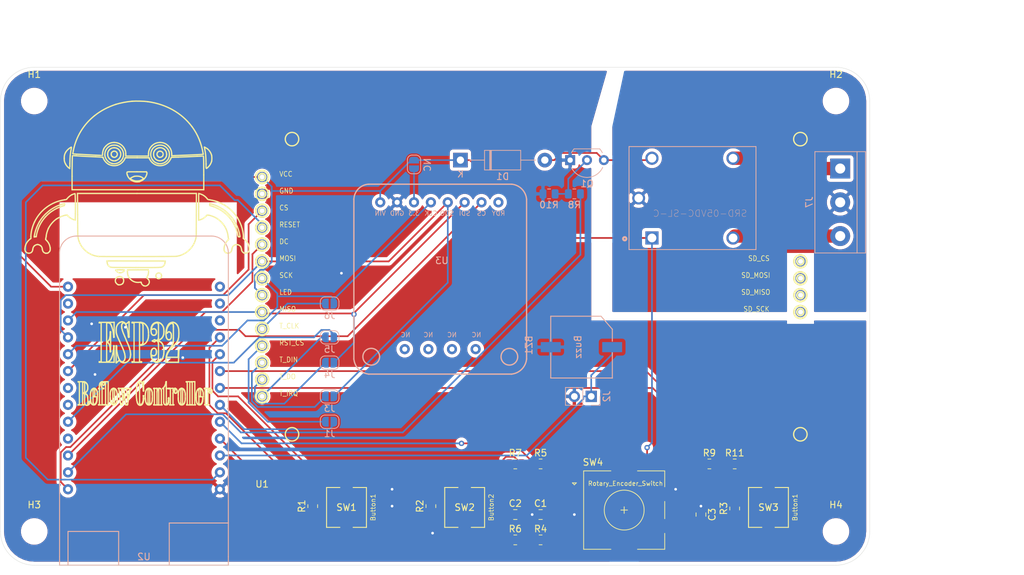
<source format=kicad_pcb>
(kicad_pcb (version 20171130) (host pcbnew "(5.1.12)-1")
  (layers (0 F.Cu signal) (31 B.Cu signal) (34 B.Paste user) (35 F.Paste user) (36 B.SilkS user) (37 F.SilkS user) (38 B.Mask user) (39 F.Mask user) (44 Edge.Cuts user))
  (net 0 "")
  (net 1 GND)
  (net 2 /BUZZ)
  (net 3 "Net-(C1-Pad2)")
  (net 4 "Net-(C2-Pad1)")
  (net 5 "Net-(C3-Pad2)")
  (net 6 +3V3)
  (net 7 "Net-(D1-Pad2)")
  (net 8 /TOUCH_CS)
  (net 9 "Net-(J1-Pad1)")
  (net 10 "Net-(J3-Pad1)")
  (net 11 /MOSI)
  (net 12 /MISO)
  (net 13 "Net-(J4-Pad1)")
  (net 14 "Net-(J5-Pad1)")
  (net 15 /TIRQ)
  (net 16 "Net-(J6-Pad1)")
  (net 17 /SCK)
  (net 18 "Net-(J7-Pad1)")
  (net 19 "Net-(J7-Pad2)")
  (net 20 "Net-(J7-Pad3)")
  (net 21 "Net-(JP1-Pad1)")
  (net 22 "Net-(Q1-Pad2)")
  (net 23 /BUT1)
  (net 24 /BUT2)
  (net 25 /BUT3)
  (net 26 /RIGHT)
  (net 27 /LEFT)
  (net 28 /IO15)
  (net 29 /BUT4)
  (net 30 /CS)
  (net 31 /RESETT)
  (net 32 /DCD)
  (net 33 /CSTEMP)
  (module 27sharp:RobotLogo (layer F.Cu) (at 48.26 76.708)
    (fp_text reference REF** hide)
    (fp_text value RobotLogo)
  )
  (module 27sharp:ESP32Reflow (layer F.Cu) (at 48.26 94.996)
    (fp_text reference REF** hide)
    (fp_text value ESP32Reflow)
  )
  (module 18650:Buzzer93 (layer B.Cu) (at 120.015 78.105 270)
    (fp_text reference BZ1 (at 4.3688 12.5476 270) (layer B.SilkS) (effects (justify mirror)))
    (fp_text value Buzzer)
    (fp_text user Buzz (at 4.6228 5.1816 270) (layer B.SilkS) (effects (justify mirror)))
    (pad 2 smd rect (at 4.6482 9.271 270) (size 1.524 3) (layers B.Cu B.Paste B.Mask) (net 1 GND))
    (pad 1 smd rect (at 4.6482 0.0254 270) (size 1.524 3) (layers B.Cu B.Paste B.Mask) (net 2 /BUZZ))
  )
  (module Capacitor_SMD:C_0805_2012Metric (layer F.Cu) (at 109.22 107.95)
    (fp_text reference C1 (at 0 -1.68) (layer F.SilkS))
    (fp_text value 100nF)
    (pad 2 smd roundrect (at 0.95 0) (size 1 1.45) (layers F.Cu F.Paste F.Mask) (net 3 "Net-(C1-Pad2)"))
    (pad 1 smd roundrect (at -0.95 0) (size 1 1.45) (layers F.Cu F.Paste F.Mask) (net 1 GND))
  )
  (module Capacitor_SMD:C_0805_2012Metric (layer F.Cu) (at 105.41 107.95)
    (fp_text reference C2 (at 0 -1.68) (layer F.SilkS))
    (fp_text value 100nF)
    (pad 1 smd roundrect (at -0.95 0) (size 1 1.45) (layers F.Cu F.Paste F.Mask) (net 4 "Net-(C2-Pad1)"))
    (pad 2 smd roundrect (at 0.95 0) (size 1 1.45) (layers F.Cu F.Paste F.Mask) (net 1 GND))
  )
  (module Capacitor_SMD:C_0805_2012Metric (layer F.Cu) (at 133.35 107.95 270)
    (fp_text reference C3 (at 0 -1.68 90) (layer F.SilkS))
    (fp_text value 100nF)
    (pad 1 smd roundrect (at -0.95 0 270) (size 1 1.45) (layers F.Cu F.Paste F.Mask) (net 1 GND))
    (pad 2 smd roundrect (at 0.95 0 270) (size 1 1.45) (layers F.Cu F.Paste F.Mask) (net 5 "Net-(C3-Pad2)"))
  )
  (module Diode_THT:D_DO-41_SOD81_P12.70mm_Horizontal (layer B.Cu) (at 97.155 54.61)
    (fp_text reference D1 (at 6.35 2.47) (layer B.SilkS) (effects (justify mirror)))
    (fp_text value 1N4007)
    (fp_text user K (at 0 2.1) (layer B.SilkS) (effects (justify mirror)))
    (pad 1 thru_hole rect (at 0 0) (size 2.2 2.2) (drill 1.1) (layers *.Cu *.Mask) (net 6 +3V3))
    (pad 2 thru_hole oval (at 12.7 0) (size 2.2 2.2) (drill 1.1) (layers *.Cu *.Mask) (net 7 "Net-(D1-Pad2)"))
  )
  (module MountingHole:MountingHole_3mm (layer F.Cu) (at 33.02 45.72)
    (fp_text reference H1 (at 0 -4) (layer F.SilkS))
    (fp_text value MountingHole)
    (pad 1 np_thru_hole circle (at 0 0) (size 3 3) (drill 3) (layers *.Cu *.Mask))
  )
  (module MountingHole:MountingHole_3mm (layer F.Cu) (at 153.67 45.72)
    (fp_text reference H2 (at 0 -4) (layer F.SilkS))
    (fp_text value MountingHole)
    (pad 1 np_thru_hole circle (at 0 0) (size 3 3) (drill 3) (layers *.Cu *.Mask))
  )
  (module MountingHole:MountingHole_3mm (layer F.Cu) (at 33.02 110.49)
    (fp_text reference H3 (at 0 -4) (layer F.SilkS))
    (fp_text value MountingHole)
    (pad 1 np_thru_hole circle (at 0 0) (size 3 3) (drill 3) (layers *.Cu *.Mask))
  )
  (module MountingHole:MountingHole_3mm (layer F.Cu) (at 153.67 110.49)
    (fp_text reference H4 (at 0 -4) (layer F.SilkS))
    (fp_text value MountingHole)
    (pad 1 np_thru_hole circle (at 0 0) (size 3 3) (drill 3) (layers *.Cu *.Mask))
  )
  (module Jumper:SolderJumper-2_P1.3mm_Open_RoundedPad1.0x1.5mm (layer B.Cu) (at 77.47 93.98)
    (fp_text reference J1 (at 0 1.8) (layer B.SilkS) (effects (justify mirror)))
    (fp_text value 0R)
    (pad 2 smd custom (at 0.65 0) (size 1 0.5) (layers B.Cu B.Mask) (net 8 /TOUCH_CS) (options (clearance outline) (anchor rect)) (primitives (gr_circle (center 0 -0.25) (end 0.5 -0.25) (width 0)) (gr_circle (center 0 0.25) (end 0.5 0.25) (width 0)) (gr_poly (pts (xy 0 0.75) (xy -0.5 0.75) (xy -0.5 -0.75) (xy 0 -0.75)) (width 0))))
    (pad 1 smd custom (at -0.65 0) (size 1 0.5) (layers B.Cu B.Mask) (net 9 "Net-(J1-Pad1)") (options (clearance outline) (anchor rect)) (primitives (gr_circle (center 0 -0.25) (end 0.5 -0.25) (width 0)) (gr_circle (center 0 0.25) (end 0.5 0.25) (width 0)) (gr_poly (pts (xy 0 0.75) (xy 0.5 0.75) (xy 0.5 -0.75) (xy 0 -0.75)) (width 0))))
  )
  (module Connector_PinHeader_2.54mm:PinHeader_1x02_P2.54mm_Vertical (layer B.Cu) (at 116.84 90.17 90)
    (fp_text reference J2 (at 0 2.33 90) (layer B.SilkS) (effects (justify mirror)))
    (fp_text value "Buzz Option")
    (pad 1 thru_hole rect (at 0 0 90) (size 1.7 1.7) (drill 1) (layers *.Cu *.Mask) (net 2 /BUZZ))
    (pad 2 thru_hole oval (at 0 -2.54 90) (size 1.7 1.7) (drill 1) (layers *.Cu *.Mask) (net 1 GND))
  )
  (module Jumper:SolderJumper-2_P1.3mm_Open_RoundedPad1.0x1.5mm (layer B.Cu) (at 77.47 90.17)
    (fp_text reference J3 (at 0 1.8) (layer B.SilkS) (effects (justify mirror)))
    (fp_text value 0R)
    (pad 1 smd custom (at -0.65 0) (size 1 0.5) (layers B.Cu B.Mask) (net 10 "Net-(J3-Pad1)") (options (clearance outline) (anchor rect)) (primitives (gr_circle (center 0 -0.25) (end 0.5 -0.25) (width 0)) (gr_circle (center 0 0.25) (end 0.5 0.25) (width 0)) (gr_poly (pts (xy 0 0.75) (xy 0.5 0.75) (xy 0.5 -0.75) (xy 0 -0.75)) (width 0))))
    (pad 2 smd custom (at 0.65 0) (size 1 0.5) (layers B.Cu B.Mask) (net 11 /MOSI) (options (clearance outline) (anchor rect)) (primitives (gr_circle (center 0 -0.25) (end 0.5 -0.25) (width 0)) (gr_circle (center 0 0.25) (end 0.5 0.25) (width 0)) (gr_poly (pts (xy 0 0.75) (xy -0.5 0.75) (xy -0.5 -0.75) (xy 0 -0.75)) (width 0))))
  )
  (module Jumper:SolderJumper-2_P1.3mm_Open_RoundedPad1.0x1.5mm (layer B.Cu) (at 77.47 85.09)
    (fp_text reference J4 (at 0 1.8) (layer B.SilkS) (effects (justify mirror)))
    (fp_text value 0R)
    (pad 2 smd custom (at 0.65 0) (size 1 0.5) (layers B.Cu B.Mask) (net 12 /MISO) (options (clearance outline) (anchor rect)) (primitives (gr_circle (center 0 -0.25) (end 0.5 -0.25) (width 0)) (gr_circle (center 0 0.25) (end 0.5 0.25) (width 0)) (gr_poly (pts (xy 0 0.75) (xy -0.5 0.75) (xy -0.5 -0.75) (xy 0 -0.75)) (width 0))))
    (pad 1 smd custom (at -0.65 0) (size 1 0.5) (layers B.Cu B.Mask) (net 13 "Net-(J4-Pad1)") (options (clearance outline) (anchor rect)) (primitives (gr_circle (center 0 -0.25) (end 0.5 -0.25) (width 0)) (gr_circle (center 0 0.25) (end 0.5 0.25) (width 0)) (gr_poly (pts (xy 0 0.75) (xy 0.5 0.75) (xy 0.5 -0.75) (xy 0 -0.75)) (width 0))))
  )
  (module Jumper:SolderJumper-2_P1.3mm_Open_RoundedPad1.0x1.5mm (layer B.Cu) (at 77.47 81.28)
    (fp_text reference J5 (at 0 1.8) (layer B.SilkS) (effects (justify mirror)))
    (fp_text value 0R)
    (pad 1 smd custom (at -0.65 0) (size 1 0.5) (layers B.Cu B.Mask) (net 14 "Net-(J5-Pad1)") (options (clearance outline) (anchor rect)) (primitives (gr_circle (center 0 -0.25) (end 0.5 -0.25) (width 0)) (gr_circle (center 0 0.25) (end 0.5 0.25) (width 0)) (gr_poly (pts (xy 0 0.75) (xy 0.5 0.75) (xy 0.5 -0.75) (xy 0 -0.75)) (width 0))))
    (pad 2 smd custom (at 0.65 0) (size 1 0.5) (layers B.Cu B.Mask) (net 15 /TIRQ) (options (clearance outline) (anchor rect)) (primitives (gr_circle (center 0 -0.25) (end 0.5 -0.25) (width 0)) (gr_circle (center 0 0.25) (end 0.5 0.25) (width 0)) (gr_poly (pts (xy 0 0.75) (xy -0.5 0.75) (xy -0.5 -0.75) (xy 0 -0.75)) (width 0))))
  )
  (module Jumper:SolderJumper-2_P1.3mm_Open_RoundedPad1.0x1.5mm (layer B.Cu) (at 77.47 76.2)
    (fp_text reference J6 (at 0 1.8) (layer B.SilkS) (effects (justify mirror)))
    (fp_text value 0R)
    (pad 1 smd custom (at -0.65 0) (size 1 0.5) (layers B.Cu B.Mask) (net 16 "Net-(J6-Pad1)") (options (clearance outline) (anchor rect)) (primitives (gr_circle (center 0 -0.25) (end 0.5 -0.25) (width 0)) (gr_circle (center 0 0.25) (end 0.5 0.25) (width 0)) (gr_poly (pts (xy 0 0.75) (xy 0.5 0.75) (xy 0.5 -0.75) (xy 0 -0.75)) (width 0))))
    (pad 2 smd custom (at 0.65 0) (size 1 0.5) (layers B.Cu B.Mask) (net 17 /SCK) (options (clearance outline) (anchor rect)) (primitives (gr_circle (center 0 -0.25) (end 0.5 -0.25) (width 0)) (gr_circle (center 0 0.25) (end 0.5 0.25) (width 0)) (gr_poly (pts (xy 0 0.75) (xy -0.5 0.75) (xy -0.5 -0.75) (xy 0 -0.75)) (width 0))))
  )
  (module TerminalBlock:TerminalBlock_bornier-3_P5.08mm (layer B.Cu) (at 154.305 55.88 270)
    (fp_text reference J7 (at 5.05 4.65 270) (layer B.SilkS) (effects (justify mirror)))
    (fp_text value Cnctor)
    (pad 1 thru_hole rect (at 0 0 270) (size 3 3) (drill 1.52) (layers *.Cu *.Mask) (net 18 "Net-(J7-Pad1)"))
    (pad 2 thru_hole circle (at 5.08 0 270) (size 3 3) (drill 1.52) (layers *.Cu *.Mask) (net 19 "Net-(J7-Pad2)"))
    (pad 3 thru_hole circle (at 10.16 0 270) (size 3 3) (drill 1.52) (layers *.Cu *.Mask) (net 20 "Net-(J7-Pad3)"))
  )
  (module 27sharp:JumperSmall (layer B.Cu) (at 90.17 55.26 90)
    (fp_text reference JP1 hide)
    (fp_text value NC (at -0.0485 2.032 90) (layer B.SilkS) (effects (justify mirror)))
    (pad 1 smd custom (at -0.65 0 90) (size 1 0.5) (layers B.Cu B.Mask) (net 21 "Net-(JP1-Pad1)") (options (clearance outline) (anchor rect)) (primitives (gr_circle (center 0 -0.25) (end 0.5 -0.25) (width 0)) (gr_circle (center 0 0.25) (end 0.5 0.25) (width 0)) (gr_poly (pts (xy 0 0.75) (xy 0.5 0.75) (xy 0.5 -0.75) (xy 0 -0.75)) (width 0))))
    (pad 2 smd custom (at 0.65 0 90) (size 1 0.5) (layers B.Cu B.Mask) (net 6 +3V3) (options (clearance outline) (anchor rect)) (primitives (gr_circle (center 0 -0.25) (end 0.5 -0.25) (width 0)) (gr_circle (center 0 0.25) (end 0.5 0.25) (width 0)) (gr_poly (pts (xy 0 0.75) (xy -0.5 0.75) (xy -0.5 -0.75) (xy 0 -0.75)) (width 0))))
  )
  (module 27sharp:RELAY_SRD-05VDC-SL-C (layer B.Cu) (at 132.08 60.325)
    (fp_text reference K1 hide)
    (fp_text value SRD-05VDC-SL-C (at 1.132399 2.310001) (layer B.SilkS) (effects (font (size 1.00031 1.00031) (thickness 0.05)) (justify mirror)))
    (pad 1 thru_hole rect (at -6.1 6) (size 1.98 1.98) (drill 1.32) (layers *.Cu *.Mask) (net 6 +3V3))
    (pad 5 thru_hole circle (at -8.1 0) (size 1.935 1.935) (drill 1.29) (layers *.Cu *.Mask) (net 19 "Net-(J7-Pad2)"))
    (pad 4 thru_hole circle (at -6.1 -6) (size 1.98 1.98) (drill 1.32) (layers *.Cu *.Mask) (net 7 "Net-(D1-Pad2)"))
    (pad 3 thru_hole circle (at 6.1 -6) (size 1.98 1.98) (drill 1.32) (layers *.Cu *.Mask) (net 18 "Net-(J7-Pad1)"))
    (pad 2 thru_hole circle (at 6.1 6) (size 1.98 1.98) (drill 1.32) (layers *.Cu *.Mask) (net 20 "Net-(J7-Pad3)"))
  )
  (module Package_TO_SOT_THT:TO-92L_Inline_Wide (layer B.Cu) (at 113.665 54.61)
    (fp_text reference Q1 (at 2.54 3.56) (layer B.SilkS) (effects (justify mirror)))
    (fp_text value 2N3904)
    (pad 2 thru_hole circle (at 2.54 0) (size 1.5 1.5) (drill 0.8) (layers *.Cu *.Mask) (net 22 "Net-(Q1-Pad2)"))
    (pad 3 thru_hole circle (at 5.08 0) (size 1.5 1.5) (drill 0.8) (layers *.Cu *.Mask) (net 7 "Net-(D1-Pad2)"))
    (pad 1 thru_hole rect (at 0 0) (size 1.5 1.5) (drill 0.8) (layers *.Cu *.Mask) (net 1 GND))
  )
  (module Resistor_SMD:R_0805_2012Metric (layer F.Cu) (at 74.93 106.68 90)
    (fp_text reference R1 (at 0 -1.65 90) (layer F.SilkS))
    (fp_text value 10k)
    (pad 2 smd roundrect (at 0.9125 0 90) (size 1.025 1.4) (layers F.Cu F.Paste F.Mask) (roundrect_rratio 0.2439014634146341) (net 23 /BUT1))
    (pad 1 smd roundrect (at -0.9125 0 90) (size 1.025 1.4) (layers F.Cu F.Paste F.Mask) (roundrect_rratio 0.2439014634146341) (net 6 +3V3))
  )
  (module Resistor_SMD:R_0805_2012Metric (layer F.Cu) (at 92.71 106.68 90)
    (fp_text reference R2 (at 0 -1.65 90) (layer F.SilkS))
    (fp_text value 10k)
    (pad 2 smd roundrect (at 0.9125 0 90) (size 1.025 1.4) (layers F.Cu F.Paste F.Mask) (roundrect_rratio 0.2439014634146341) (net 24 /BUT2))
    (pad 1 smd roundrect (at -0.9125 0 90) (size 1.025 1.4) (layers F.Cu F.Paste F.Mask) (roundrect_rratio 0.2439014634146341) (net 6 +3V3))
  )
  (module Resistor_SMD:R_0805_2012Metric (layer F.Cu) (at 138.43 107.038 90)
    (fp_text reference R3 (at 0 -1.65 90) (layer F.SilkS))
    (fp_text value 10k)
    (pad 1 smd roundrect (at -0.9125 0 90) (size 1.025 1.4) (layers F.Cu F.Paste F.Mask) (roundrect_rratio 0.2439014634146341) (net 6 +3V3))
    (pad 2 smd roundrect (at 0.9125 0 90) (size 1.025 1.4) (layers F.Cu F.Paste F.Mask) (roundrect_rratio 0.2439014634146341) (net 25 /BUT3))
  )
  (module Resistor_SMD:R_0805_2012Metric (layer F.Cu) (at 109.22 111.76)
    (fp_text reference R4 (at 0 -1.65) (layer F.SilkS))
    (fp_text value 100)
    (pad 1 smd roundrect (at -0.9125 0) (size 1.025 1.4) (layers F.Cu F.Paste F.Mask) (roundrect_rratio 0.2439014634146341) (net 26 /RIGHT))
    (pad 2 smd roundrect (at 0.9125 0) (size 1.025 1.4) (layers F.Cu F.Paste F.Mask) (roundrect_rratio 0.2439014634146341) (net 4 "Net-(C2-Pad1)"))
  )
  (module Resistor_SMD:R_0805_2012Metric (layer F.Cu) (at 109.22 100.33)
    (fp_text reference R5 (at 0 -1.65) (layer F.SilkS))
    (fp_text value 100)
    (pad 1 smd roundrect (at -0.9125 0) (size 1.025 1.4) (layers F.Cu F.Paste F.Mask) (roundrect_rratio 0.2439014634146341) (net 27 /LEFT))
    (pad 2 smd roundrect (at 0.9125 0) (size 1.025 1.4) (layers F.Cu F.Paste F.Mask) (roundrect_rratio 0.2439014634146341) (net 3 "Net-(C1-Pad2)"))
  )
  (module Resistor_SMD:R_0805_2012Metric (layer F.Cu) (at 105.41 111.76)
    (fp_text reference R6 (at 0 -1.65) (layer F.SilkS))
    (fp_text value 10k)
    (pad 2 smd roundrect (at 0.9125 0) (size 1.025 1.4) (layers F.Cu F.Paste F.Mask) (roundrect_rratio 0.2439014634146341) (net 6 +3V3))
    (pad 1 smd roundrect (at -0.9125 0) (size 1.025 1.4) (layers F.Cu F.Paste F.Mask) (roundrect_rratio 0.2439014634146341) (net 4 "Net-(C2-Pad1)"))
  )
  (module Resistor_SMD:R_0805_2012Metric (layer F.Cu) (at 105.41 100.33)
    (fp_text reference R7 (at 0 -1.65) (layer F.SilkS))
    (fp_text value 10k)
    (pad 2 smd roundrect (at 0.9125 0) (size 1.025 1.4) (layers F.Cu F.Paste F.Mask) (roundrect_rratio 0.2439014634146341) (net 6 +3V3))
    (pad 1 smd roundrect (at -0.9125 0) (size 1.025 1.4) (layers F.Cu F.Paste F.Mask) (roundrect_rratio 0.2439014634146341) (net 3 "Net-(C1-Pad2)"))
  )
  (module Resistor_SMD:R_0805_2012Metric (layer B.Cu) (at 114.3 59.69)
    (fp_text reference R8 (at 0 1.65) (layer B.SilkS) (effects (justify mirror)))
    (fp_text value 1k)
    (pad 1 smd roundrect (at -0.9125 0) (size 1.025 1.4) (layers B.Cu B.Paste B.Mask) (roundrect_rratio 0.2439014634146341) (net 22 "Net-(Q1-Pad2)"))
    (pad 2 smd roundrect (at 0.9125 0) (size 1.025 1.4) (layers B.Cu B.Paste B.Mask) (roundrect_rratio 0.2439014634146341) (net 28 /IO15))
  )
  (module Resistor_SMD:R_0805_2012Metric (layer F.Cu) (at 134.62 100.33)
    (fp_text reference R9 (at 0 -1.65) (layer F.SilkS))
    (fp_text value 10k)
    (pad 1 smd roundrect (at -0.9125 0) (size 1.025 1.4) (layers F.Cu F.Paste F.Mask) (roundrect_rratio 0.2439014634146341) (net 5 "Net-(C3-Pad2)"))
    (pad 2 smd roundrect (at 0.9125 0) (size 1.025 1.4) (layers F.Cu F.Paste F.Mask) (roundrect_rratio 0.2439014634146341) (net 6 +3V3))
  )
  (module Resistor_SMD:R_0805_2012Metric (layer B.Cu) (at 110.49 59.69)
    (fp_text reference R10 (at 0 1.65) (layer B.SilkS) (effects (justify mirror)))
    (fp_text value 10k)
    (pad 1 smd roundrect (at -0.9125 0) (size 1.025 1.4) (layers B.Cu B.Paste B.Mask) (roundrect_rratio 0.2439014634146341) (net 1 GND))
    (pad 2 smd roundrect (at 0.9125 0) (size 1.025 1.4) (layers B.Cu B.Paste B.Mask) (roundrect_rratio 0.2439014634146341) (net 22 "Net-(Q1-Pad2)"))
  )
  (module Resistor_SMD:R_0805_2012Metric (layer F.Cu) (at 138.43 100.33)
    (fp_text reference R11 (at 0 -1.65) (layer F.SilkS))
    (fp_text value 100)
    (pad 2 smd roundrect (at 0.9125 0) (size 1.025 1.4) (layers F.Cu F.Paste F.Mask) (roundrect_rratio 0.2439014634146341) (net 5 "Net-(C3-Pad2)"))
    (pad 1 smd roundrect (at -0.9125 0) (size 1.025 1.4) (layers F.Cu F.Paste F.Mask) (roundrect_rratio 0.2439014634146341) (net 29 /BUT4))
  )
  (module 18650:RotaryEncoder_Alps_EC11E-Switch_Vertical_H20mm (layer F.Cu) (at 114.3 104.775)
    (fp_text reference SW4 (at 2.8 -4.7) (layer F.SilkS))
    (fp_text value Rotary_Encoder_Switch (at 7.7 -1.5) (layer F.SilkS) (effects (font (size 0.66 0.66) (thickness 0.1))))
    (pad S1 smd rect (at 15 5) (size 3 2) (layers F.Cu F.Paste F.Mask) (net 5 "Net-(C3-Pad2)"))
    (pad S2 smd rect (at 15 0) (size 3 2) (layers F.Cu F.Paste F.Mask) (net 1 GND))
    (pad MP smd rect (at 7.5 8.7) (size 3.2 3) (layers F.Cu F.Paste F.Mask))
    (pad MP smd rect (at 7.5 -4) (size 3.2 3) (layers F.Cu F.Paste F.Mask))
    (pad B smd rect (at 0 5) (size 2 2) (layers F.Cu F.Paste F.Mask) (net 4 "Net-(C2-Pad1)"))
    (pad C smd rect (at 0 2.5) (size 2 2) (layers F.Cu F.Paste F.Mask) (net 1 GND))
    (pad A smd rect (at 0 0) (size 2 2) (layers F.Cu F.Paste F.Mask) (net 3 "Net-(C1-Pad2)"))
  )
  (module passerelle:ILI9341-2_8 (layer F.Cu) (at 67.31 102.87)
    (fp_text reference U1 (at 0 0.5) (layer F.SilkS))
    (fp_text value ILI9341-28)
    (fp_text user RESET (at 2.54 -38.099999) (layer F.SilkS) (effects (font (size 0.762 0.6858) (thickness 0.09525)) (justify left bottom)))
    (fp_text user MOSI (at 2.54 -33.019999) (layer F.SilkS) (effects (font (size 0.762 0.6858) (thickness 0.09525)) (justify left bottom)))
    (fp_text user T_DO (at 2.54 -15.239999) (layer F.SilkS) (effects (font (size 0.762 0.6858) (thickness 0.09525)) (justify left bottom)))
    (fp_text user T_CLK (at 2.54 -22.859999) (layer F.SilkS) (effects (font (size 0.762 0.6858) (thickness 0.09525)) (justify left bottom)))
    (fp_text user MISO (at 2.54 -25.4) (layer F.SilkS) (effects (font (size 0.762 0.6858) (thickness 0.09525)) (justify left bottom)))
    (fp_text user T_DIN (at 2.54 -17.78) (layer F.SilkS) (effects (font (size 0.762 0.6858) (thickness 0.09525)) (justify left bottom)))
    (fp_text user RST_CS (at 2.54 -20.32) (layer F.SilkS) (effects (font (size 0.762 0.6858) (thickness 0.09525)) (justify left bottom)))
    (fp_text user T_IRQ (at 2.54 -12.7) (layer F.SilkS) (effects (font (size 0.762 0.6858) (thickness 0.09525)) (justify left bottom)))
    (fp_text user CS (at 2.54 -40.64) (layer F.SilkS) (effects (font (size 0.762 0.6858) (thickness 0.09525)) (justify left bottom)))
    (fp_text user SD_MISO (at 72.05726 -27.939999) (layer F.SilkS) (effects (font (size 0.762 0.6858) (thickness 0.09525)) (justify left bottom)))
    (fp_text user SCK (at 2.54 -30.48) (layer F.SilkS) (effects (font (size 0.762 0.6858) (thickness 0.09525)) (justify left bottom)))
    (fp_text user VCC (at 2.54 -45.719999) (layer F.SilkS) (effects (font (size 0.762 0.6858) (thickness 0.09525)) (justify left bottom)))
    (fp_text user GND (at 2.54 -43.18) (layer F.SilkS) (effects (font (size 0.762 0.6858) (thickness 0.09525)) (justify left bottom)))
    (fp_text user SD_SCK (at 72.39 -25.4) (layer F.SilkS) (effects (font (size 0.762 0.6858) (thickness 0.09525)) (justify left bottom)))
    (fp_text user SD_CS (at 73.103739 -33.019999) (layer F.SilkS) (effects (font (size 0.762 0.6858) (thickness 0.09525)) (justify left bottom)))
    (fp_text user LED (at 2.54 -27.939999) (layer F.SilkS) (effects (font (size 0.762 0.6858) (thickness 0.09525)) (justify left bottom)))
    (fp_text user SD_MOSI (at 72.05726 -30.48) (layer F.SilkS) (effects (font (size 0.762 0.6858) (thickness 0.09525)) (justify left bottom)))
    (fp_text user DC (at 2.54 -35.56) (layer F.SilkS) (effects (font (size 0.762 0.6858) (thickness 0.09525)) (justify left bottom)))
    (pad 1 thru_hole circle (at 0 -45.72) (size 1.524 1.524) (drill 0.762) (layers *.Cu *.Mask) (net 6 +3V3))
    (pad 2 thru_hole circle (at 0 -43.18) (size 1.524 1.524) (drill 0.762) (layers *.Cu *.Mask) (net 1 GND))
    (pad 3 thru_hole circle (at 0 -40.64) (size 1.524 1.524) (drill 0.762) (layers *.Cu *.Mask) (net 30 /CS))
    (pad 4 thru_hole circle (at 0 -38.1) (size 1.524 1.524) (drill 0.762) (layers *.Cu *.Mask) (net 31 /RESETT))
    (pad 5 thru_hole circle (at 0 -35.56) (size 1.524 1.524) (drill 0.762) (layers *.Cu *.Mask) (net 32 /DCD))
    (pad 6 thru_hole circle (at 0 -33.02) (size 1.524 1.524) (drill 0.762) (layers *.Cu *.Mask) (net 11 /MOSI))
    (pad 7 thru_hole circle (at 0 -30.48) (size 1.524 1.524) (drill 0.762) (layers *.Cu *.Mask) (net 17 /SCK))
    (pad 8 thru_hole circle (at 0 -27.94) (size 1.524 1.524) (drill 0.762) (layers *.Cu *.Mask) (net 6 +3V3))
    (pad 9 thru_hole circle (at 0 -25.4) (size 1.524 1.524) (drill 0.762) (layers *.Cu *.Mask) (net 12 /MISO))
    (pad 10 thru_hole circle (at 0 -22.86) (size 1.524 1.524) (drill 0.762) (layers *.Cu *.Mask) (net 16 "Net-(J6-Pad1)"))
    (pad 11 thru_hole circle (at 0 -20.32) (size 1.524 1.524) (drill 0.762) (layers *.Cu *.Mask) (net 9 "Net-(J1-Pad1)"))
    (pad 12 thru_hole circle (at 0 -17.78) (size 1.524 1.524) (drill 0.762) (layers *.Cu *.Mask) (net 10 "Net-(J3-Pad1)"))
    (pad 13 thru_hole circle (at 0 -15.24) (size 1.524 1.524) (drill 0.762) (layers *.Cu *.Mask) (net 13 "Net-(J4-Pad1)"))
    (pad 14 thru_hole circle (at 0 -12.7) (size 1.524 1.524) (drill 0.762) (layers *.Cu *.Mask) (net 14 "Net-(J5-Pad1)"))
    (pad 15 thru_hole circle (at 81.026 -33.02) (size 1.524 1.524) (drill 0.762) (layers *.Cu *.Mask))
    (pad 16 thru_hole circle (at 81.026 -30.48) (size 1.524 1.524) (drill 0.762) (layers *.Cu *.Mask))
    (pad 17 thru_hole circle (at 81.026 -27.94) (size 1.524 1.524) (drill 0.762) (layers *.Cu *.Mask))
    (pad 18 thru_hole circle (at 81.026 -25.4) (size 1.524 1.524) (drill 0.762) (layers *.Cu *.Mask))
  )
  (module passerelle:LOLIN32Lite (layer B.Cu) (at 49.53 116.84 180)
    (fp_text reference U2 (at 0 2.54) (layer B.SilkS) (effects (justify mirror)))
    (fp_text value Lolin32Lite)
    (pad 1 thru_hole circle (at -11.43 43.18 180) (size 1.524 1.524) (drill 0.762) (layers *.Cu *.Mask))
    (pad 2 thru_hole circle (at -11.43 40.64 180) (size 1.524 1.524) (drill 0.762) (layers *.Cu *.Mask))
    (pad 3 thru_hole circle (at -11.43 38.1 180) (size 1.524 1.524) (drill 0.762) (layers *.Cu *.Mask))
    (pad 4 thru_hole circle (at -11.43 35.56 180) (size 1.524 1.524) (drill 0.762) (layers *.Cu *.Mask) (net 23 /BUT1))
    (pad 5 thru_hole circle (at -11.43 33.02 180) (size 1.524 1.524) (drill 0.762) (layers *.Cu *.Mask) (net 24 /BUT2))
    (pad 6 thru_hole circle (at -11.43 30.48 180) (size 1.524 1.524) (drill 0.762) (layers *.Cu *.Mask) (net 25 /BUT3))
    (pad 7 thru_hole circle (at -11.43 27.94 180) (size 1.524 1.524) (drill 0.762) (layers *.Cu *.Mask) (net 29 /BUT4))
    (pad 8 thru_hole circle (at -11.43 25.4 180) (size 1.524 1.524) (drill 0.762) (layers *.Cu *.Mask) (net 8 /TOUCH_CS))
    (pad 9 thru_hole circle (at -11.43 22.86 180) (size 1.524 1.524) (drill 0.762) (layers *.Cu *.Mask) (net 27 /LEFT))
    (pad 10 thru_hole circle (at -11.43 20.32 180) (size 1.524 1.524) (drill 0.762) (layers *.Cu *.Mask) (net 26 /RIGHT))
    (pad 11 thru_hole circle (at -11.43 17.78 180) (size 1.524 1.524) (drill 0.762) (layers *.Cu *.Mask) (net 2 /BUZZ))
    (pad 12 thru_hole circle (at -11.43 15.24 180) (size 1.524 1.524) (drill 0.762) (layers *.Cu *.Mask) (net 31 /RESETT))
    (pad 13 thru_hole circle (at -11.43 12.7 180) (size 1.524 1.524) (drill 0.762) (layers *.Cu *.Mask) (net 1 GND))
    (pad 14 thru_hole circle (at 11.43 43.18 180) (size 1.524 1.524) (drill 0.762) (layers *.Cu *.Mask) (net 6 +3V3))
    (pad 15 thru_hole circle (at 11.43 40.64 180) (size 1.524 1.524) (drill 0.762) (layers *.Cu *.Mask))
    (pad 16 thru_hole circle (at 11.43 38.1 180) (size 1.524 1.524) (drill 0.762) (layers *.Cu *.Mask) (net 12 /MISO))
    (pad 17 thru_hole circle (at 11.43 35.56 180) (size 1.524 1.524) (drill 0.762) (layers *.Cu *.Mask) (net 11 /MOSI))
    (pad 18 thru_hole circle (at 11.43 33.02 180) (size 1.524 1.524) (drill 0.762) (layers *.Cu *.Mask) (net 17 /SCK))
    (pad 19 thru_hole circle (at 11.43 30.48 180) (size 1.524 1.524) (drill 0.762) (layers *.Cu *.Mask) (net 30 /CS))
    (pad 20 thru_hole circle (at 11.43 27.94 180) (size 1.524 1.524) (drill 0.762) (layers *.Cu *.Mask))
    (pad 21 thru_hole circle (at 11.43 25.4 180) (size 1.524 1.524) (drill 0.762) (layers *.Cu *.Mask))
    (pad 22 thru_hole circle (at 11.43 22.86 180) (size 1.524 1.524) (drill 0.762) (layers *.Cu *.Mask) (net 15 /TIRQ))
    (pad 23 thru_hole circle (at 11.43 20.32 180) (size 1.524 1.524) (drill 0.762) (layers *.Cu *.Mask))
    (pad 24 thru_hole circle (at 11.43 17.78 180) (size 1.524 1.524) (drill 0.762) (layers *.Cu *.Mask) (net 33 /CSTEMP))
    (pad 25 thru_hole circle (at 11.43 15.24 180) (size 1.524 1.524) (drill 0.762) (layers *.Cu *.Mask) (net 28 /IO15))
    (pad 26 thru_hole circle (at 11.43 12.7 180) (size 1.524 1.524) (drill 0.762) (layers *.Cu *.Mask) (net 32 /DCD))
  )
  (module 27sharp:MAX31865PCB (layer B.Cu) (at 93.98 74.93)
    (fp_text reference U3 (at 0.381 -5.199) (layer B.SilkS) (effects (justify mirror)))
    (fp_text value MAX31865RTD)
    (fp_text user VIN (at -8.89 -12.319) (layer B.SilkS) (effects (font (size 0.7 0.7) (thickness 0.1)) (justify mirror)))
    (fp_text user GND (at -6.35 -12.319) (layer B.SilkS) (effects (font (size 0.7 0.7) (thickness 0.1)) (justify mirror)))
    (fp_text user 3.3 (at -3.81 -12.319) (layer B.SilkS) (effects (font (size 0.7 0.7) (thickness 0.1)) (justify mirror)))
    (fp_text user CLK (at -1.27 -12.319) (layer B.SilkS) (effects (font (size 0.7 0.7) (thickness 0.1)) (justify mirror)))
    (fp_text user SDO (at 1.143 -12.319) (layer B.SilkS) (effects (font (size 0.7 0.7) (thickness 0.1)) (justify mirror)))
    (fp_text user SDI (at 3.81 -12.319) (layer B.SilkS) (effects (font (size 0.7 0.7) (thickness 0.1)) (justify mirror)))
    (fp_text user CS (at 6.35 -12.319) (layer B.SilkS) (effects (font (size 0.7 0.7) (thickness 0.1)) (justify mirror)))
    (fp_text user RDY (at 8.89 -12.319) (layer B.SilkS) (effects (font (size 0.7 0.7) (thickness 0.1)) (justify mirror)))
    (fp_text user NC (at -5.08 5.969) (layer B.SilkS) (effects (font (size 0.7 0.7) (thickness 0.1)) (justify mirror)))
    (fp_text user NC (at -1.651 5.969) (layer B.SilkS) (effects (font (size 0.7 0.7) (thickness 0.1)) (justify mirror)))
    (fp_text user NC (at 1.905 5.969) (layer B.SilkS) (effects (font (size 0.7 0.7) (thickness 0.1)) (justify mirror)))
    (fp_text user NC (at 5.588 5.969) (layer B.SilkS) (effects (font (size 0.7 0.7) (thickness 0.1)) (justify mirror)))
    (pad 1 thru_hole circle (at -8.89 -13.97) (size 1.524 1.524) (drill 0.762) (layers *.Cu *.Mask) (net 6 +3V3))
    (pad 2 thru_hole circle (at -6.35 -13.97) (size 1.524 1.524) (drill 0.762) (layers *.Cu *.Mask) (net 1 GND))
    (pad 3 thru_hole circle (at -3.81 -13.97) (size 1.524 1.524) (drill 0.762) (layers *.Cu *.Mask) (net 21 "Net-(JP1-Pad1)"))
    (pad 4 thru_hole circle (at -1.27 -13.97) (size 1.524 1.524) (drill 0.762) (layers *.Cu *.Mask) (net 17 /SCK))
    (pad 5 thru_hole circle (at 1.27 -13.97) (size 1.524 1.524) (drill 0.762) (layers *.Cu *.Mask) (net 11 /MOSI))
    (pad 6 thru_hole circle (at 3.81 -13.97) (size 1.524 1.524) (drill 0.762) (layers *.Cu *.Mask) (net 12 /MISO))
    (pad 7 thru_hole circle (at 6.35 -13.97) (size 1.524 1.524) (drill 0.762) (layers *.Cu *.Mask) (net 33 /CSTEMP))
    (pad 8 thru_hole circle (at 8.89 -13.97) (size 1.524 1.524) (drill 0.762) (layers *.Cu *.Mask))
    (pad ~ thru_hole circle (at -5.207 8.128) (size 1.524 1.524) (drill 0.762) (layers *.Cu *.Mask))
    (pad ~ thru_hole circle (at -1.651 8.128) (size 1.524 1.524) (drill 0.762) (layers *.Cu *.Mask))
    (pad ~ thru_hole circle (at 1.905 8.128) (size 1.524 1.524) (drill 0.762) (layers *.Cu *.Mask))
    (pad ~ thru_hole circle (at 5.461 8.128) (size 1.524 1.524) (drill 0.762) (layers *.Cu *.Mask))
  )
  (module 18650:SW_TP1003 (layer F.Cu) (at 80.01 110.875)
    (fp_text reference SW1 (at 0 -4) (layer F.SilkS))
    (fp_text value Button1 (at 4 -4 90) (layer F.SilkS) (effects (font (size 0.7 0.7) (thickness 0.1))))
    (pad 2 smd rect (at 0 -1) (size 2 2) (layers F.Cu F.Paste F.Mask) (net 23 /BUT1))
    (pad 1 smd rect (at 0 -7) (size 2 2) (layers F.Cu F.Paste F.Mask) (net 1 GND))
  )
  (module 18650:SW_TP1003 (layer F.Cu) (at 97.79 110.875)
    (fp_text reference SW2 (at 0 -4) (layer F.SilkS))
    (fp_text value Button2 (at 4 -4 90) (layer F.SilkS) (effects (font (size 0.7 0.7) (thickness 0.1))))
    (pad 1 smd rect (at 0 -7) (size 2 2) (layers F.Cu F.Paste F.Mask) (net 1 GND))
    (pad 2 smd rect (at 0 -1) (size 2 2) (layers F.Cu F.Paste F.Mask) (net 24 /BUT2))
  )
  (module 18650:SW_TP1003 (layer F.Cu) (at 143.51 110.875)
    (fp_text reference SW3 (at 0 -4) (layer F.SilkS))
    (fp_text value Button1 (at 4 -4 90) (layer F.SilkS) (effects (font (size 0.7 0.7) (thickness 0.1))))
    (pad 2 smd rect (at 0 -1) (size 2 2) (layers F.Cu F.Paste F.Mask) (net 25 /BUT3))
    (pad 1 smd rect (at 0 -7) (size 2 2) (layers F.Cu F.Paste F.Mask) (net 1 GND))
  )
  (gr_arc (start 33.02 110.49) (end 27.94 110.49) (angle -90) (layer Edge.Cuts) (width 0.05))
  (gr_arc (start 33.02 45.72) (end 33.02 40.64) (angle -90) (layer Edge.Cuts) (width 0.05))
  (gr_arc (start 153.67 45.72) (end 158.75 45.72) (angle -90) (layer Edge.Cuts) (width 0.05))
  (gr_arc (start 153.67 110.49) (end 153.67 115.57) (angle -90) (layer Edge.Cuts) (width 0.05))
  (gr_line (start 153.67 115.57) (end 33.02 115.57) (layer Edge.Cuts) (width 0.05))
  (gr_line (start 27.94 45.72) (end 27.94 110.49) (layer Edge.Cuts) (width 0.05))
  (gr_line (start 153.67 40.64) (end 33.02 40.64) (layer Edge.Cuts) (width 0.05))
  (gr_line (start 158.75 110.49) (end 158.75 45.72) (layer Edge.Cuts) (width 0.05))
  (via (at 133.35 106.68) (size 0.8) (drill 0.4) (layers F.Cu B.Cu) (net 1))
  (via (at 129.54 104.14) (size 0.8) (drill 0.4) (layers F.Cu B.Cu) (net 1))
  (via (at 107.95 107.95) (size 0.8) (drill 0.4) (layers F.Cu B.Cu) (net 1))
  (via (at 114.3 107.95) (size 0.8) (drill 0.4) (layers F.Cu B.Cu) (net 1))
  (via (at 79.248 71.628) (size 0.8) (drill 0.4) (layers F.Cu B.Cu) (net 1))
  (via (at 55.372 84.328) (size 0.8) (drill 0.4) (layers F.Cu B.Cu) (net 1))
  (via (at 42.164 86.868) (size 0.8) (drill 0.4) (layers F.Cu B.Cu) (net 1))
  (via (at 46.736 79.756) (size 0.8) (drill 0.4) (layers F.Cu B.Cu) (net 1))
  (via (at 41.656 79.248) (size 0.8) (drill 0.4) (layers F.Cu B.Cu) (net 1))
  (via (at 86.868 104.14) (size 0.8) (drill 0.4) (layers F.Cu B.Cu) (net 1))
  (via (at 86.868 106.68) (size 0.8) (drill 0.4) (layers F.Cu B.Cu) (net 1))
  (via (at 92.964 110.744) (size 0.8) (drill 0.4) (layers F.Cu B.Cu) (net 1))
  (segment (start 115.6647 90.17) (end 115.6647 90.5373) (width 0.25) (layer B.Cu) (net 2))
  (segment (start 115.6647 90.5373) (end 107.142 99.06) (width 0.25) (layer B.Cu) (net 2))
  (segment (start 107.142 99.06) (end 60.96 99.06) (width 0.25) (layer B.Cu) (net 2))
  (segment (start 116.84 90.17) (end 115.6647 90.17) (width 0.25) (layer B.Cu) (net 2))
  (segment (start 119.9896 82.7532) (end 119.9896 83.8405) (width 0.25) (layer B.Cu) (net 2))
  (segment (start 116.84 90.17) (end 116.84 86.9901) (width 0.25) (layer B.Cu) (net 2))
  (segment (start 116.84 86.9901) (end 119.9896 83.8405) (width 0.25) (layer B.Cu) (net 2))
  (segment (start 110.1325 101.8419) (end 110.1325 100.33) (width 0.25) (layer F.Cu) (net 3))
  (segment (start 112.9747 104.775) (end 110.1325 101.9328) (width 0.25) (layer F.Cu) (net 3))
  (segment (start 110.1325 101.9328) (end 110.1325 101.8419) (width 0.25) (layer F.Cu) (net 3))
  (segment (start 110.1325 101.8419) (end 106.0094 101.8419) (width 0.25) (layer F.Cu) (net 3))
  (segment (start 106.0094 101.8419) (end 104.4975 100.33) (width 0.25) (layer F.Cu) (net 3))
  (segment (start 112.9747 104.775) (end 110.17 107.5797) (width 0.25) (layer F.Cu) (net 3))
  (segment (start 110.17 107.5797) (end 110.17 107.95) (width 0.25) (layer F.Cu) (net 3))
  (segment (start 114.3 104.775) (end 112.9747 104.775) (width 0.25) (layer F.Cu) (net 3))
  (segment (start 114.3 109.775) (end 112.9747 109.775) (width 0.25) (layer F.Cu) (net 4))
  (segment (start 112.9747 109.775) (end 110.9897 111.76) (width 0.25) (layer F.Cu) (net 4))
  (segment (start 110.9897 111.76) (end 110.1325 111.76) (width 0.25) (layer F.Cu) (net 4))
  (segment (start 106.3347 109.8603) (end 106.3347 109.8247) (width 0.25) (layer F.Cu) (net 4))
  (segment (start 106.3347 109.8247) (end 104.46 107.95) (width 0.25) (layer F.Cu) (net 4))
  (segment (start 104.4975 111.76) (end 104.4975 111.6975) (width 0.25) (layer F.Cu) (net 4))
  (segment (start 104.4975 111.6975) (end 106.3347 109.8603) (width 0.25) (layer F.Cu) (net 4))
  (segment (start 110.1325 111.76) (end 108.2328 109.8603) (width 0.25) (layer F.Cu) (net 4))
  (segment (start 108.2328 109.8603) (end 106.3347 109.8603) (width 0.25) (layer F.Cu) (net 4))
  (segment (start 133.35 108.9) (end 135.6504 111.2004) (width 0.25) (layer F.Cu) (net 5))
  (segment (start 135.6504 111.2004) (end 144.6564 111.2004) (width 0.25) (layer F.Cu) (net 5))
  (segment (start 144.6564 111.2004) (end 144.8354 111.0214) (width 0.25) (layer F.Cu) (net 5))
  (segment (start 144.8354 111.0214) (end 144.8354 107.9374) (width 0.25) (layer F.Cu) (net 5))
  (segment (start 144.8354 107.9374) (end 139.3425 102.4445) (width 0.25) (layer F.Cu) (net 5))
  (segment (start 139.3425 102.4445) (end 139.3425 100.33) (width 0.25) (layer F.Cu) (net 5))
  (segment (start 132.2817 108.9) (end 133.35 108.9) (width 0.25) (layer F.Cu) (net 5))
  (segment (start 132.2817 108.9) (end 132.2817 101.7558) (width 0.25) (layer F.Cu) (net 5))
  (segment (start 132.2817 101.7558) (end 133.7075 100.33) (width 0.25) (layer F.Cu) (net 5))
  (segment (start 129.3 109.775) (end 131.4067 109.775) (width 0.25) (layer F.Cu) (net 5))
  (segment (start 131.4067 109.775) (end 132.2817 108.9) (width 0.25) (layer F.Cu) (net 5))
  (segment (start 125.245 98.9044) (end 110.0314 98.9044) (width 0.25) (layer F.Cu) (net 6))
  (segment (start 110.0314 98.9044) (end 109.22 99.7158) (width 0.25) (layer F.Cu) (net 6))
  (segment (start 109.22 99.7158) (end 109.22 100.9595) (width 0.25) (layer F.Cu) (net 6))
  (segment (start 109.22 100.9595) (end 108.8056 101.3739) (width 0.25) (layer F.Cu) (net 6))
  (segment (start 108.8056 101.3739) (end 107.3664 101.3739) (width 0.25) (layer F.Cu) (net 6))
  (segment (start 107.3664 101.3739) (end 106.3225 100.33) (width 0.25) (layer F.Cu) (net 6))
  (segment (start 135.5325 100.33) (end 134.1069 98.9044) (width 0.25) (layer F.Cu) (net 6))
  (segment (start 134.1069 98.9044) (end 125.245 98.9044) (width 0.25) (layer F.Cu) (net 6))
  (segment (start 125.245 97.8756) (end 125.245 98.9044) (width 0.25) (layer F.Cu) (net 6))
  (segment (start 125.98 66.325) (end 125.98 97.1406) (width 0.25) (layer B.Cu) (net 6))
  (segment (start 125.98 97.1406) (end 125.245 97.8756) (width 0.25) (layer B.Cu) (net 6))
  (segment (start 68.7567 59.2581) (end 68.7567 69.9427) (width 0.25) (layer B.Cu) (net 6))
  (segment (start 68.7567 69.9427) (end 67.5794 71.12) (width 0.25) (layer B.Cu) (net 6))
  (segment (start 67.5794 71.12) (end 67.0153 71.12) (width 0.25) (layer B.Cu) (net 6))
  (segment (start 67.0153 71.12) (end 66.2192 71.9161) (width 0.25) (layer B.Cu) (net 6))
  (segment (start 66.2192 71.9161) (end 66.2192 73.8392) (width 0.25) (layer B.Cu) (net 6))
  (segment (start 66.2192 73.8392) (end 67.31 74.93) (width 0.25) (layer B.Cu) (net 6))
  (segment (start 67.31 57.15) (end 68.7567 58.5967) (width 0.25) (layer B.Cu) (net 6))
  (segment (start 68.7567 58.5967) (end 68.7567 59.2581) (width 0.25) (layer B.Cu) (net 6))
  (segment (start 85.09 59.2581) (end 68.7567 59.2581) (width 0.25) (layer B.Cu) (net 6))
  (segment (start 85.09 59.2581) (end 89.7381 54.61) (width 0.25) (layer B.Cu) (net 6))
  (segment (start 89.7381 54.61) (end 90.17 54.61) (width 0.25) (layer B.Cu) (net 6))
  (segment (start 85.09 60.96) (end 85.09 59.2581) (width 0.25) (layer B.Cu) (net 6))
  (segment (start 138.43 107.9505) (end 135.5325 105.053) (width 0.25) (layer F.Cu) (net 6))
  (segment (start 135.5325 105.053) (end 135.5325 100.33) (width 0.25) (layer F.Cu) (net 6))
  (segment (start 125.98 66.325) (end 124.6647 66.325) (width 0.25) (layer F.Cu) (net 6))
  (segment (start 103.619 111.2205) (end 103.619 99.6426) (width 0.25) (layer F.Cu) (net 6))
  (segment (start 103.619 99.6426) (end 104.0067 99.2549) (width 0.25) (layer F.Cu) (net 6))
  (segment (start 104.0067 99.2549) (end 105.2474 99.2549) (width 0.25) (layer F.Cu) (net 6))
  (segment (start 105.2474 99.2549) (end 106.3225 100.33) (width 0.25) (layer F.Cu) (net 6))
  (segment (start 106.3225 111.76) (end 105.2483 112.8342) (width 0.25) (layer F.Cu) (net 6))
  (segment (start 105.2483 112.8342) (end 104.0224 112.8342) (width 0.25) (layer F.Cu) (net 6))
  (segment (start 104.0224 112.8342) (end 103.619 112.4308) (width 0.25) (layer F.Cu) (net 6))
  (segment (start 103.619 112.4308) (end 103.619 111.2205) (width 0.25) (layer F.Cu) (net 6))
  (segment (start 103.619 111.2205) (end 96.338 111.2205) (width 0.25) (layer F.Cu) (net 6))
  (segment (start 96.338 111.2205) (end 92.71 107.5925) (width 0.25) (layer F.Cu) (net 6))
  (segment (start 74.93 107.5925) (end 78.5379 111.2004) (width 0.25) (layer F.Cu) (net 6))
  (segment (start 78.5379 111.2004) (end 89.1021 111.2004) (width 0.25) (layer F.Cu) (net 6))
  (segment (start 89.1021 111.2004) (end 92.71 107.5925) (width 0.25) (layer F.Cu) (net 6))
  (segment (start 37.5655 73.66) (end 38.1 73.66) (width 0.25) (layer F.Cu) (net 6))
  (segment (start 90.17 54.61) (end 97.155 54.61) (width 0.25) (layer B.Cu) (net 6))
  (segment (start 97.155 54.61) (end 98.5803 54.61) (width 0.25) (layer F.Cu) (net 6))
  (segment (start 124.6647 66.325) (end 110.2953 66.325) (width 0.25) (layer F.Cu) (net 6))
  (segment (start 110.2953 66.325) (end 98.5803 54.61) (width 0.25) (layer F.Cu) (net 6))
  (via (at 125.245 97.8756) (size 0.8) (layers F.Cu B.Cu) (net 6))
  (segment (start 35.56 73.66) (end 38.1 73.66) (width 0.25) (layer F.Cu) (net 6))
  (segment (start 30.48 68.58) (end 35.56 73.66) (width 0.25) (layer F.Cu) (net 6))
  (segment (start 30.48 59.69) (end 30.48 68.58) (width 0.25) (layer F.Cu) (net 6))
  (segment (start 33.02 57.15) (end 30.48 59.69) (width 0.25) (layer F.Cu) (net 6))
  (segment (start 67.31 57.15) (end 33.02 57.15) (width 0.25) (layer F.Cu) (net 6))
  (segment (start 118.745 54.61) (end 117.6697 53.5347) (width 0.25) (layer F.Cu) (net 7))
  (segment (start 117.6697 53.5347) (end 112.3556 53.5347) (width 0.25) (layer F.Cu) (net 7))
  (segment (start 112.3556 53.5347) (end 111.2803 54.61) (width 0.25) (layer F.Cu) (net 7))
  (segment (start 125.98 54.325) (end 125.695 54.61) (width 0.25) (layer F.Cu) (net 7))
  (segment (start 125.695 54.61) (end 118.745 54.61) (width 0.25) (layer F.Cu) (net 7))
  (segment (start 109.855 54.61) (end 111.2803 54.61) (width 0.25) (layer F.Cu) (net 7))
  (segment (start 60.96 91.44) (end 64.6272 95.1072) (width 0.25) (layer B.Cu) (net 8))
  (segment (start 64.6272 95.1072) (end 77.4438 95.1072) (width 0.25) (layer B.Cu) (net 8))
  (segment (start 77.4438 95.1072) (end 78.12 94.431) (width 0.25) (layer B.Cu) (net 8))
  (segment (start 78.12 94.431) (end 78.12 93.98) (width 0.25) (layer B.Cu) (net 8))
  (segment (start 67.31 82.55) (end 65.2802 84.5798) (width 0.25) (layer B.Cu) (net 9))
  (segment (start 65.2802 84.5798) (end 65.2802 91.1018) (width 0.25) (layer B.Cu) (net 9))
  (segment (start 65.2802 91.1018) (end 68.1584 93.98) (width 0.25) (layer B.Cu) (net 9))
  (segment (start 68.1584 93.98) (end 76.82 93.98) (width 0.25) (layer B.Cu) (net 9))
  (segment (start 67.31 85.09) (end 65.77 86.63) (width 0.25) (layer B.Cu) (net 10))
  (segment (start 65.77 86.63) (end 65.77 90.8644) (width 0.25) (layer B.Cu) (net 10))
  (segment (start 65.77 90.8644) (end 66.6629 91.7573) (width 0.25) (layer B.Cu) (net 10))
  (segment (start 66.6629 91.7573) (end 75.2327 91.7573) (width 0.25) (layer B.Cu) (net 10))
  (segment (start 75.2327 91.7573) (end 76.82 90.17) (width 0.25) (layer B.Cu) (net 10))
  (segment (start 95.25 60.96) (end 95.25 73.04) (width 0.25) (layer B.Cu) (net 11))
  (segment (start 95.25 73.04) (end 78.12 90.17) (width 0.25) (layer B.Cu) (net 11))
  (segment (start 67.31 69.85) (end 62.23 74.93) (width 0.25) (layer B.Cu) (net 11))
  (segment (start 62.23 74.93) (end 37.7687 74.93) (width 0.25) (layer B.Cu) (net 11))
  (segment (start 37.7687 74.93) (end 36.9978 75.7009) (width 0.25) (layer B.Cu) (net 11))
  (segment (start 36.9978 75.7009) (end 36.9978 80.1778) (width 0.25) (layer B.Cu) (net 11))
  (segment (start 36.9978 80.1778) (end 38.1 81.28) (width 0.25) (layer B.Cu) (net 11))
  (segment (start 95.25 60.96) (end 86.36 69.85) (width 0.25) (layer F.Cu) (net 11))
  (segment (start 86.36 69.85) (end 67.31 69.85) (width 0.25) (layer F.Cu) (net 11))
  (segment (start 67.31 77.47) (end 39.37 77.47) (width 0.25) (layer B.Cu) (net 12))
  (segment (start 39.37 77.47) (end 38.1 78.74) (width 0.25) (layer B.Cu) (net 12))
  (segment (start 81.0628 77.6872) (end 97.79 60.96) (width 0.25) (layer F.Cu) (net 12))
  (segment (start 67.31 77.47) (end 67.5272 77.6872) (width 0.25) (layer F.Cu) (net 12))
  (segment (start 67.5272 77.6872) (end 81.0628 77.6872) (width 0.25) (layer F.Cu) (net 12))
  (segment (start 81.0628 77.6872) (end 81.0628 77.7319) (width 0.25) (layer F.Cu) (net 12))
  (segment (start 81.0628 77.7319) (end 81.1365 77.8056) (width 0.25) (layer F.Cu) (net 12))
  (segment (start 81.1365 77.8056) (end 81.1365 82.0735) (width 0.25) (layer B.Cu) (net 12))
  (segment (start 81.1365 82.0735) (end 78.12 85.09) (width 0.25) (layer B.Cu) (net 12))
  (via (at 81.1365 77.8056) (size 0.8) (layers F.Cu B.Cu) (net 12))
  (segment (start 67.31 87.63) (end 66.2204 88.7196) (width 0.25) (layer B.Cu) (net 13))
  (segment (start 66.2204 88.7196) (end 66.2204 90.6567) (width 0.25) (layer B.Cu) (net 13))
  (segment (start 66.2204 90.6567) (end 66.8211 91.2574) (width 0.25) (layer B.Cu) (net 13))
  (segment (start 66.8211 91.2574) (end 70.6526 91.2574) (width 0.25) (layer B.Cu) (net 13))
  (segment (start 70.6526 91.2574) (end 76.82 85.09) (width 0.25) (layer B.Cu) (net 13))
  (segment (start 67.31 90.17) (end 76.2 81.28) (width 0.25) (layer B.Cu) (net 14))
  (segment (start 76.2 81.28) (end 76.82 81.28) (width 0.25) (layer B.Cu) (net 14))
  (segment (start 38.1 93.98) (end 46.99 85.09) (width 0.25) (layer B.Cu) (net 15))
  (segment (start 46.99 85.09) (end 63.0458 85.09) (width 0.25) (layer B.Cu) (net 15))
  (segment (start 63.0458 85.09) (end 66.8556 81.2802) (width 0.25) (layer B.Cu) (net 15))
  (segment (start 66.8556 81.2802) (end 75.1147 81.2802) (width 0.25) (layer B.Cu) (net 15))
  (segment (start 75.1147 81.2802) (end 76.2217 80.1732) (width 0.25) (layer B.Cu) (net 15))
  (segment (start 76.2217 80.1732) (end 77.4283 80.1732) (width 0.25) (layer B.Cu) (net 15))
  (segment (start 77.4283 80.1732) (end 78.12 80.8649) (width 0.25) (layer B.Cu) (net 15))
  (segment (start 78.12 80.8649) (end 78.12 81.28) (width 0.25) (layer B.Cu) (net 15))
  (segment (start 67.31 80.01) (end 71.12 76.2) (width 0.25) (layer B.Cu) (net 16))
  (segment (start 71.12 76.2) (end 76.82 76.2) (width 0.25) (layer B.Cu) (net 16))
  (segment (start 69.6 75.1082) (end 69.6 74.68) (width 0.25) (layer B.Cu) (net 17))
  (segment (start 69.6 74.68) (end 67.31 72.39) (width 0.25) (layer B.Cu) (net 17))
  (segment (start 38.1 83.82) (end 39.37 82.55) (width 0.25) (layer B.Cu) (net 17))
  (segment (start 39.37 82.55) (end 61.2987 82.55) (width 0.25) (layer B.Cu) (net 17))
  (segment (start 61.2987 82.55) (end 65.1087 78.74) (width 0.25) (layer B.Cu) (net 17))
  (segment (start 65.1087 78.74) (end 67.5937 78.74) (width 0.25) (layer B.Cu) (net 17))
  (segment (start 67.5937 78.74) (end 69.6 76.7337) (width 0.25) (layer B.Cu) (net 17))
  (segment (start 69.6 76.7337) (end 69.6 75.1082) (width 0.25) (layer B.Cu) (net 17))
  (segment (start 69.6 75.1082) (end 77.6782 75.1082) (width 0.25) (layer B.Cu) (net 17))
  (segment (start 77.6782 75.1082) (end 78.12 75.55) (width 0.25) (layer B.Cu) (net 17))
  (segment (start 78.12 75.55) (end 78.12 76.2) (width 0.25) (layer B.Cu) (net 17))
  (segment (start 92.71 60.96) (end 78.12 75.55) (width 0.25) (layer B.Cu) (net 17))
  (segment (start 154.305 55.88) (end 151.6047 55.88) (width 2) (layer F.Cu) (net 18))
  (segment (start 138.18 54.325) (end 150.0497 54.325) (width 2) (layer F.Cu) (net 18))
  (segment (start 150.0497 54.325) (end 151.6047 55.88) (width 2) (layer F.Cu) (net 18))
  (segment (start 138.18 66.325) (end 138.465 66.04) (width 2) (layer F.Cu) (net 20))
  (segment (start 138.465 66.04) (end 154.305 66.04) (width 2) (layer F.Cu) (net 20))
  (segment (start 90.17 60.96) (end 90.17 55.91) (width 0.25) (layer B.Cu) (net 21))
  (segment (start 113.3875 59.69) (end 113.3875 57.4275) (width 0.25) (layer B.Cu) (net 22))
  (segment (start 113.3875 57.4275) (end 116.205 54.61) (width 0.25) (layer B.Cu) (net 22))
  (segment (start 111.4025 59.69) (end 113.3875 59.69) (width 0.25) (layer B.Cu) (net 22))
  (segment (start 74.93 105.7675) (end 61.8725 92.71) (width 0.25) (layer F.Cu) (net 23))
  (segment (start 61.8725 92.71) (end 60.6225 92.71) (width 0.25) (layer F.Cu) (net 23))
  (segment (start 60.6225 92.71) (end 59.3814 91.4689) (width 0.25) (layer F.Cu) (net 23))
  (segment (start 59.3814 91.4689) (end 59.3814 82.8586) (width 0.25) (layer F.Cu) (net 23))
  (segment (start 59.3814 82.8586) (end 60.96 81.28) (width 0.25) (layer F.Cu) (net 23))
  (segment (start 78.6847 109.875) (end 78.6847 109.5222) (width 0.25) (layer F.Cu) (net 23))
  (segment (start 78.6847 109.5222) (end 74.93 105.7675) (width 0.25) (layer F.Cu) (net 23))
  (segment (start 80.01 109.875) (end 78.6847 109.875) (width 0.25) (layer F.Cu) (net 23))
  (segment (start 92.71 105.7675) (end 79.3038 105.7675) (width 0.25) (layer F.Cu) (net 24))
  (segment (start 79.3038 105.7675) (end 63.7063 90.17) (width 0.25) (layer F.Cu) (net 24))
  (segment (start 63.7063 90.17) (end 60.6887 90.17) (width 0.25) (layer F.Cu) (net 24))
  (segment (start 60.6887 90.17) (end 59.8318 89.3131) (width 0.25) (layer F.Cu) (net 24))
  (segment (start 59.8318 89.3131) (end 59.8318 84.9482) (width 0.25) (layer F.Cu) (net 24))
  (segment (start 59.8318 84.9482) (end 60.96 83.82) (width 0.25) (layer F.Cu) (net 24))
  (segment (start 96.4647 109.875) (end 96.4647 109.5222) (width 0.25) (layer F.Cu) (net 24))
  (segment (start 96.4647 109.5222) (end 92.71 105.7675) (width 0.25) (layer F.Cu) (net 24))
  (segment (start 97.79 109.875) (end 96.4647 109.875) (width 0.25) (layer F.Cu) (net 24))
  (segment (start 138.43 106.1255) (end 138.43 99.6977) (width 0.25) (layer F.Cu) (net 25))
  (segment (start 138.43 99.6977) (end 125.0923 86.36) (width 0.25) (layer F.Cu) (net 25))
  (segment (start 125.0923 86.36) (end 60.96 86.36) (width 0.25) (layer F.Cu) (net 25))
  (segment (start 143.51 109.875) (end 142.1795 109.875) (width 0.25) (layer F.Cu) (net 25))
  (segment (start 142.1795 109.875) (end 138.43 106.1255) (width 0.25) (layer F.Cu) (net 25))
  (segment (start 60.96 96.52) (end 77.7738 113.3338) (width 0.25) (layer F.Cu) (net 26))
  (segment (start 77.7738 113.3338) (end 106.7337 113.3338) (width 0.25) (layer F.Cu) (net 26))
  (segment (start 106.7337 113.3338) (end 108.3075 111.76) (width 0.25) (layer F.Cu) (net 26))
  (segment (start 97.315 97.2378) (end 105.2153 97.2378) (width 0.25) (layer F.Cu) (net 27))
  (segment (start 105.2153 97.2378) (end 108.3075 100.33) (width 0.25) (layer F.Cu) (net 27))
  (segment (start 60.96 93.98) (end 64.2178 97.2378) (width 0.25) (layer B.Cu) (net 27))
  (segment (start 64.2178 97.2378) (end 97.315 97.2378) (width 0.25) (layer B.Cu) (net 27))
  (via (at 97.315 97.2378) (size 0.8) (layers F.Cu B.Cu) (net 27))
  (segment (start 38.1 101.6) (end 46.8357 92.8643) (width 0.25) (layer B.Cu) (net 28))
  (segment (start 46.8357 92.8643) (end 61.3866 92.8643) (width 0.25) (layer B.Cu) (net 28))
  (segment (start 61.3866 92.8643) (end 64.1145 95.5922) (width 0.25) (layer B.Cu) (net 28))
  (segment (start 64.1145 95.5922) (end 88.4816 95.5922) (width 0.25) (layer B.Cu) (net 28))
  (segment (start 88.4816 95.5922) (end 115.2125 68.8613) (width 0.25) (layer B.Cu) (net 28))
  (segment (start 115.2125 68.8613) (end 115.2125 59.69) (width 0.25) (layer B.Cu) (net 28))
  (segment (start 60.96 88.9) (end 126.0875 88.9) (width 0.25) (layer F.Cu) (net 29))
  (segment (start 126.0875 88.9) (end 137.5175 100.33) (width 0.25) (layer F.Cu) (net 29))
  (segment (start 38.1 86.36) (end 49.53 74.93) (width 0.25) (layer F.Cu) (net 30))
  (segment (start 49.53 74.93) (end 61.4262 74.93) (width 0.25) (layer F.Cu) (net 30))
  (segment (start 61.4262 74.93) (end 65.2765 71.0797) (width 0.25) (layer F.Cu) (net 30))
  (segment (start 65.2765 71.0797) (end 65.2765 64.2635) (width 0.25) (layer F.Cu) (net 30))
  (segment (start 65.2765 64.2635) (end 67.31 62.23) (width 0.25) (layer F.Cu) (net 30))
  (segment (start 60.96 101.6) (end 59.869 102.691) (width 0.25) (layer B.Cu) (net 31))
  (segment (start 59.869 102.691) (end 37.5973 102.691) (width 0.25) (layer B.Cu) (net 31))
  (segment (start 31.75 60.96) (end 31.75 99.398762) (width 0.25) (layer B.Cu) (net 31))
  (segment (start 35.042238 102.691) (end 37.5973 102.691) (width 0.25) (layer B.Cu) (net 31))
  (segment (start 34.29 58.42) (end 31.75 60.96) (width 0.25) (layer B.Cu) (net 31))
  (segment (start 63.1666 60.6266) (end 60.96 58.42) (width 0.25) (layer B.Cu) (net 31))
  (segment (start 60.96 58.42) (end 34.29 58.42) (width 0.25) (layer B.Cu) (net 31))
  (segment (start 63.6596 60.6266) (end 63.1666 60.6266) (width 0.25) (layer B.Cu) (net 31))
  (segment (start 67.31 64.277) (end 63.6596 60.6266) (width 0.25) (layer B.Cu) (net 31))
  (segment (start 31.75 99.398762) (end 35.042238 102.691) (width 0.25) (layer B.Cu) (net 31))
  (segment (start 67.31 64.77) (end 67.31 64.277) (width 0.25) (layer B.Cu) (net 31))
  (segment (start 38.1 104.14) (end 37.0054 103.0454) (width 0.25) (layer F.Cu) (net 32))
  (segment (start 37.0054 103.0454) (end 37.0054 98.5921) (width 0.25) (layer F.Cu) (net 32))
  (segment (start 37.0054 98.5921) (end 37.8075 97.79) (width 0.25) (layer F.Cu) (net 32))
  (segment (start 37.8075 97.79) (end 38.4596 97.79) (width 0.25) (layer F.Cu) (net 32))
  (segment (start 38.4596 97.79) (end 58.7796 77.47) (width 0.25) (layer F.Cu) (net 32))
  (segment (start 58.7796 77.47) (end 61.2735 77.47) (width 0.25) (layer F.Cu) (net 32))
  (segment (start 61.2735 77.47) (end 65.8574 72.8861) (width 0.25) (layer F.Cu) (net 32))
  (segment (start 65.8574 72.8861) (end 65.8574 68.7626) (width 0.25) (layer F.Cu) (net 32))
  (segment (start 65.8574 68.7626) (end 67.31 67.31) (width 0.25) (layer F.Cu) (net 32))
  (segment (start 100.33 60.96) (end 80.1758 81.1142) (width 0.25) (layer F.Cu) (net 33))
  (segment (start 80.1758 81.1142) (end 64.8105 81.1142) (width 0.25) (layer F.Cu) (net 33))
  (segment (start 64.8105 81.1142) (end 63.8443 80.148) (width 0.25) (layer F.Cu) (net 33))
  (segment (start 63.8443 80.148) (end 57.012 80.148) (width 0.25) (layer F.Cu) (net 33))
  (segment (start 57.012 80.148) (end 38.1 99.06) (width 0.25) (layer F.Cu) (net 33))
  (zone (net 19) (net_name "Net-(J7-Pad2)") (layer F.Cu) (connect_pads (clearance 0.508)) (min_thickness 0.254) (fill yes (arc_segments 32) (thermal_gap 0.508) (thermal_bridge_width 0.508))
    (polygon (pts (xy 159.385 77.47) (xy 120.015 77.47) (xy 120.015 49.53) (xy 121.92 49.53) (xy 121.92 40.64) (xy 159.385 40.64)))
  )
  (zone (net 19) (net_name "Net-(J7-Pad2)") (layer B.Cu) (connect_pads (clearance 0.508)) (min_thickness 0.254) (fill yes (arc_segments 32) (thermal_gap 0.508) (thermal_bridge_width 0.508))
    (polygon (pts (xy 159.385 77.47) (xy 120.015 77.47) (xy 120.015 49.53) (xy 121.92 40.64) (xy 159.385 40.64)))
  )
  (zone (net 1) (net_name GND) (layer B.Cu) (connect_pads (clearance 0.508)) (min_thickness 0.254) (fill yes (arc_segments 32) (thermal_gap 0.508) (thermal_bridge_width 0.508))
    (polygon (pts (xy 116.84 49.53) (xy 116.84 78.74) (xy 158.75 78.74) (xy 158.75 115.57) (xy 27.94 116.84) (xy 27.94 40.64) (xy 119.38 40.64)))
  )
  (zone (net 1) (net_name GND) (layer F.Cu) (connect_pads (clearance 0.508)) (min_thickness 0.254) (fill yes (arc_segments 32) (thermal_gap 0.508) (thermal_bridge_width 0.508))
    (polygon (pts (xy 116.84 49.53) (xy 116.84 78.74) (xy 158.75 78.74) (xy 158.75 115.57) (xy 27.94 116.84) (xy 27.94 40.64) (xy 119.38 40.64)))
  )
  (zone (net 0) (net_name "") (layer B.Cu) (connect_pads (clearance 0.508)) (min_thickness 0.254)
    (keepout (tracks not_allowed) (vias not_allowed) (copperpour not_allowed))
    (fill (arc_segments 32) (thermal_gap 0.508) (thermal_bridge_width 0.508))
    (polygon (pts (xy 63.5 72.39) (xy 36.83 72.39) (xy 36.83 60.96) (xy 63.5 60.96)))
  )
  (zone (net 0) (net_name "") (layers F&B.Cu) (connect_pads (clearance 0.508)) (min_thickness 0.254)
    (keepout (tracks not_allowed) (vias not_allowed) (copperpour not_allowed))
    (fill (arc_segments 32) (thermal_gap 0.508) (thermal_bridge_width 0.508))
    (polygon (pts (xy 63.5 72.39) (xy 36.83 72.39) (xy 36.83 60.96) (xy 63.5 60.96)))
  )
  (zone (net 0) (net_name "") (layer B.Cu) (connect_pads (clearance 0.508)) (min_thickness 0.254)
    (keepout (tracks not_allowed) (vias not_allowed) (copperpour not_allowed))
    (fill (arc_segments 32) (thermal_gap 0.508) (thermal_bridge_width 0.508))
    (polygon (pts (xy 150.368 79.248) (xy 146.304 79.248) (xy 146.304 68.072) (xy 150.368 68.072)))
  )
  (zone (net 0) (net_name "") (layer F.Cu) (connect_pads (clearance 0.508)) (min_thickness 0.254)
    (keepout (tracks not_allowed) (vias not_allowed) (copperpour not_allowed))
    (fill (arc_segments 32) (thermal_gap 0.508) (thermal_bridge_width 0.508))
    (polygon (pts (xy 150.368 80.264) (xy 146.304 80.264) (xy 146.304 68.58) (xy 150.368 68.58)))
  )
)
</source>
